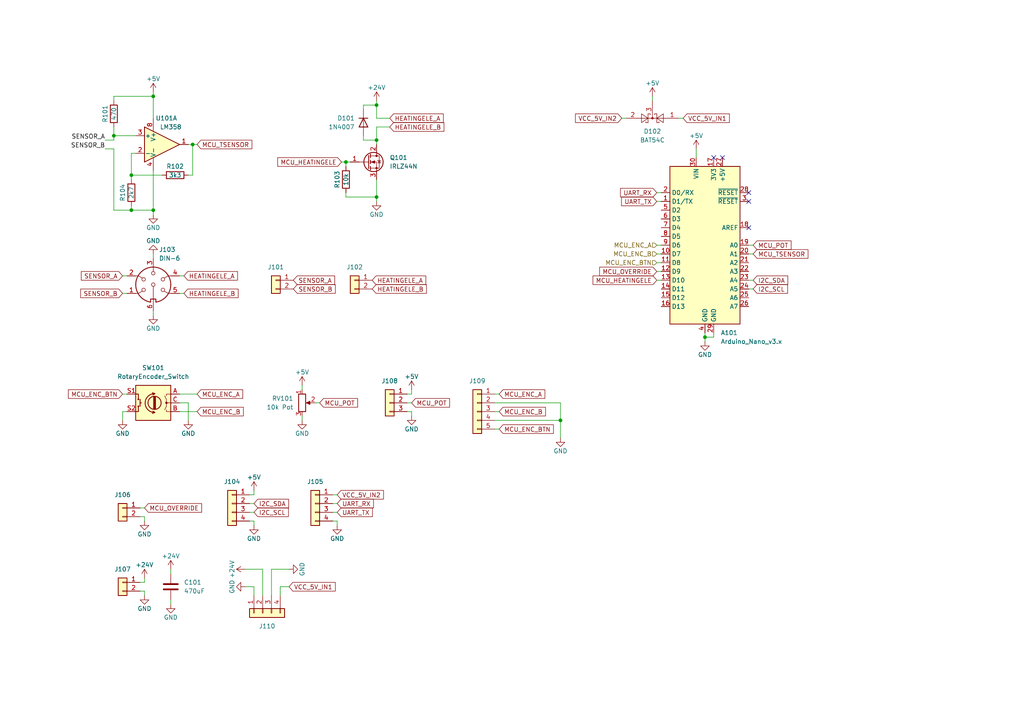
<source format=kicad_sch>
(kicad_sch (version 20211123) (generator eeschema)
  (paper "A4")
  (lib_symbols
    (symbol "Amplifier_Operational:LM358" (pin_names (offset 0.127))
      (property "Reference" "U" (at 0 5.08 0))
      (property "Value" "LM358" (at 0 -5.08 0))
      (symbol "LM358_1_1"
        (polyline (pts (xy -5.08 5.08) (xy 5.08 0) (xy -5.08 -5.08) (xy -5.08 5.08)) (stroke (width 0.254)) (fill (type background)))
        (pin output line (at 7.62 0 180) (length 2.54) (name "~") (number "1"))
        (pin input line (at -7.62 -2.54 0) (length 2.54) (name "-") (number "2"))
        (pin input line (at -7.62 2.54 0) (length 2.54) (name "+") (number "3"))
      )
      (symbol "LM358_2_1"
        (polyline (pts (xy -5.08 5.08) (xy 5.08 0) (xy -5.08 -5.08) (xy -5.08 5.08)) (stroke (width 0.254)) (fill (type background)))
        (pin input line (at -7.62 2.54 0) (length 2.54) (name "+") (number "5"))
        (pin input line (at -7.62 -2.54 0) (length 2.54) (name "-") (number "6"))
        (pin output line (at 7.62 0 180) (length 2.54) (name "~") (number "7"))
      )
      (symbol "LM358_3_1"
        (pin power_in line (at -2.54 -7.62 90) (length 3.81) (name "V-") (number "4"))
        (pin power_in line (at -2.54 7.62 270) (length 3.81) (name "V+") (number "8"))
      )
    )
    (symbol "Connector:DIN-6" (pin_names (offset 1.016))
      (property "Reference" "J" (at 3.175 5.715 0))
      (property "Value" "DIN-6" (at 4.445 -4.445 0))
      (symbol "DIN-6_0_1"
        (arc (start -5.08 0) (mid -3.8609 -3.3364) (end -0.762 -5.08) (stroke (width 0.254)))
        (circle (center -2.794 -1.524) (radius 0.508))
        (circle (center -2.794 1.524) (radius 0.508))
        (polyline (pts (xy 0 -5.08) (xy 0 -0.508)))
        (polyline (pts (xy 0 5.08) (xy 0 3.81)))
        (polyline (pts (xy -5.08 -2.54) (xy -4.318 -2.54) (xy -3.175 -1.905)))
        (polyline (pts (xy -5.08 2.54) (xy -4.318 2.54) (xy -3.175 1.905)))
        (polyline (pts (xy 5.08 -2.54) (xy 4.318 -2.54) (xy 3.175 -1.905)))
        (polyline (pts (xy 5.08 2.54) (xy 4.318 2.54) (xy 3.175 1.905)))
        (polyline (pts (xy -0.762 -4.953) (xy -0.762 -4.191) (xy 0.762 -4.191) (xy 0.762 -4.953)) (stroke (width 0.254)))
        (circle (center 0 0) (radius 0.508))
        (circle (center 0 3.302) (radius 0.508))
        (arc (start 0.762 -5.08) (mid 3.8685 -3.343) (end 5.08 0) (stroke (width 0.254)))
        (circle (center 2.794 -1.524) (radius 0.508))
        (circle (center 2.794 1.524) (radius 0.508))
        (arc (start 5.08 0) (mid 0 5.08) (end -5.08 0) (stroke (width 0.254)))
      )
      (symbol "DIN-6_1_1"
        (pin passive line (at -7.62 -2.54 0) (length 2.54) (name "~") (number "1"))
        (pin passive line (at -7.62 2.54 0) (length 2.54) (name "~") (number "2"))
        (pin passive line (at 0 7.62 270) (length 2.54) (name "~") (number "3"))
        (pin passive line (at 7.62 2.54 180) (length 2.54) (name "~") (number "4"))
        (pin passive line (at 7.62 -2.54 180) (length 2.54) (name "~") (number "5"))
        (pin passive line (at 0 -7.62 90) (length 2.54) (name "~") (number "6"))
      )
    )
    (symbol "Connector_Generic:Conn_01x02" (pin_names (offset 1.016) hide)
      (property "Reference" "J" (at 0 2.54 0))
      (property "Value" "Conn_01x02" (at 0 -5.08 0))
      (symbol "Conn_01x02_1_1"
        (rectangle (start -1.27 -2.413) (end 0 -2.667) (stroke (width 0.1524)))
        (rectangle (start -1.27 0.127) (end 0 -0.127) (stroke (width 0.1524)))
        (rectangle (start -1.27 1.27) (end 1.27 -3.81) (stroke (width 0.254)) (fill (type background)))
        (pin passive line (at -5.08 0 0) (length 3.81) (name "Pin_1") (number "1"))
        (pin passive line (at -5.08 -2.54 0) (length 3.81) (name "Pin_2") (number "2"))
      )
    )
    (symbol "Connector_Generic:Conn_01x03" (pin_names (offset 1.016) hide)
      (property "Reference" "J" (at 0 5.08 0))
      (property "Value" "Conn_01x03" (at 0 -5.08 0))
      (symbol "Conn_01x03_1_1"
        (rectangle (start -1.27 -2.413) (end 0 -2.667) (stroke (width 0.1524)))
        (rectangle (start -1.27 0.127) (end 0 -0.127) (stroke (width 0.1524)))
        (rectangle (start -1.27 2.667) (end 0 2.413) (stroke (width 0.1524)))
        (rectangle (start -1.27 3.81) (end 1.27 -3.81) (stroke (width 0.254)) (fill (type background)))
        (pin passive line (at -5.08 2.54 0) (length 3.81) (name "Pin_1") (number "1"))
        (pin passive line (at -5.08 0 0) (length 3.81) (name "Pin_2") (number "2"))
        (pin passive line (at -5.08 -2.54 0) (length 3.81) (name "Pin_3") (number "3"))
      )
    )
    (symbol "Connector_Generic:Conn_01x04" (pin_names (offset 1.016) hide)
      (property "Reference" "J" (at 0 5.08 0))
      (property "Value" "Conn_01x04" (at 0 -7.62 0))
      (symbol "Conn_01x04_1_1"
        (rectangle (start -1.27 -4.953) (end 0 -5.207) (stroke (width 0.1524)))
        (rectangle (start -1.27 -2.413) (end 0 -2.667) (stroke (width 0.1524)))
        (rectangle (start -1.27 0.127) (end 0 -0.127) (stroke (width 0.1524)))
        (rectangle (start -1.27 2.667) (end 0 2.413) (stroke (width 0.1524)))
        (rectangle (start -1.27 3.81) (end 1.27 -6.35) (stroke (width 0.254)) (fill (type background)))
        (pin passive line (at -5.08 2.54 0) (length 3.81) (name "Pin_1") (number "1"))
        (pin passive line (at -5.08 0 0) (length 3.81) (name "Pin_2") (number "2"))
        (pin passive line (at -5.08 -2.54 0) (length 3.81) (name "Pin_3") (number "3"))
        (pin passive line (at -5.08 -5.08 0) (length 3.81) (name "Pin_4") (number "4"))
      )
    )
    (symbol "Connector_Generic:Conn_01x05" (pin_names (offset 1.016) hide)
      (property "Reference" "J" (at 0 7.62 0))
      (property "Value" "Conn_01x05" (at 0 -7.62 0))
      (symbol "Conn_01x05_1_1"
        (rectangle (start -1.27 -4.953) (end 0 -5.207) (stroke (width 0.1524)))
        (rectangle (start -1.27 -2.413) (end 0 -2.667) (stroke (width 0.1524)))
        (rectangle (start -1.27 0.127) (end 0 -0.127) (stroke (width 0.1524)))
        (rectangle (start -1.27 2.667) (end 0 2.413) (stroke (width 0.1524)))
        (rectangle (start -1.27 5.207) (end 0 4.953) (stroke (width 0.1524)))
        (rectangle (start -1.27 6.35) (end 1.27 -6.35) (stroke (width 0.254)) (fill (type background)))
        (pin passive line (at -5.08 5.08 0) (length 3.81) (name "Pin_1") (number "1"))
        (pin passive line (at -5.08 2.54 0) (length 3.81) (name "Pin_2") (number "2"))
        (pin passive line (at -5.08 0 0) (length 3.81) (name "Pin_3") (number "3"))
        (pin passive line (at -5.08 -2.54 0) (length 3.81) (name "Pin_4") (number "4"))
        (pin passive line (at -5.08 -5.08 0) (length 3.81) (name "Pin_5") (number "5"))
      )
    )
    (symbol "Device:C" (pin_numbers hide) (pin_names (offset 0.254))
      (property "Reference" "C" (at 0.635 2.54 0))
      (property "Value" "C" (at 0.635 -2.54 0))
      (symbol "C_0_1"
        (polyline (pts (xy -2.032 -0.762) (xy 2.032 -0.762)) (stroke (width 0.508)))
        (polyline (pts (xy -2.032 0.762) (xy 2.032 0.762)) (stroke (width 0.508)))
      )
      (symbol "C_1_1"
        (pin passive line (at 0 3.81 270) (length 2.794) (name "~") (number "1"))
        (pin passive line (at 0 -3.81 90) (length 2.794) (name "~") (number "2"))
      )
    )
    (symbol "Device:R" (pin_numbers hide) (pin_names (offset 0))
      (property "Reference" "R" (at 2.032 0 90))
      (property "Value" "R" (at 0 0 90))
      (symbol "R_0_1"
        (rectangle (start -1.016 -2.54) (end 1.016 2.54) (stroke (width 0.254)))
      )
      (symbol "R_1_1"
        (pin passive line (at 0 3.81 270) (length 1.27) (name "~") (number "1"))
        (pin passive line (at 0 -3.81 90) (length 1.27) (name "~") (number "2"))
      )
    )
    (symbol "Device:R_Potentiometer" (pin_names (offset 1.016) hide)
      (property "Reference" "RV" (at -4.445 0 90))
      (property "Value" "R_Potentiometer" (at -2.54 0 90))
      (symbol "R_Potentiometer_0_1"
        (polyline (pts (xy 2.54 0) (xy 1.524 0)))
        (polyline (pts (xy 1.143 0) (xy 2.286 0.508) (xy 2.286 -0.508) (xy 1.143 0)) (fill (type outline)))
        (rectangle (start 1.016 2.54) (end -1.016 -2.54) (stroke (width 0.254)))
      )
      (symbol "R_Potentiometer_1_1"
        (pin passive line (at 0 3.81 270) (length 1.27) (name "1") (number "1"))
        (pin passive line (at 3.81 0 180) (length 1.27) (name "2") (number "2"))
        (pin passive line (at 0 -3.81 90) (length 1.27) (name "3") (number "3"))
      )
    )
    (symbol "Device:RotaryEncoder_Switch" (pin_names (offset 0.254) hide)
      (property "Reference" "SW" (at 0 6.604 0))
      (property "Value" "RotaryEncoder_Switch" (at 0 -6.604 0))
      (symbol "RotaryEncoder_Switch_0_1"
        (rectangle (start -5.08 5.08) (end 5.08 -5.08) (stroke (width 0.254)) (fill (type background)))
        (circle (center -3.81 0) (radius 0.254) (fill (type outline)))
        (arc (start -0.381 -2.794) (mid 2.3622 -0.0508) (end -0.381 2.667) (stroke (width 0.254)))
        (circle (center -0.381 0) (radius 1.905) (stroke (width 0.254)))
        (polyline (pts (xy -0.635 -1.778) (xy -0.635 1.778)) (stroke (width 0.254)))
        (polyline (pts (xy -0.381 -1.778) (xy -0.381 1.778)) (stroke (width 0.254)))
        (polyline (pts (xy -0.127 1.778) (xy -0.127 -1.778)) (stroke (width 0.254)))
        (polyline (pts (xy 3.81 0) (xy 3.429 0)) (stroke (width 0.254)))
        (polyline (pts (xy 3.81 1.016) (xy 3.81 -1.016)) (stroke (width 0.254)))
        (polyline (pts (xy -5.08 -2.54) (xy -3.81 -2.54) (xy -3.81 -2.032)))
        (polyline (pts (xy -5.08 2.54) (xy -3.81 2.54) (xy -3.81 2.032)))
        (polyline (pts (xy 0.254 -3.048) (xy -0.508 -2.794) (xy 0.127 -2.413)) (stroke (width 0.254)))
        (polyline (pts (xy 0.254 2.921) (xy -0.508 2.667) (xy 0.127 2.286)) (stroke (width 0.254)))
        (polyline (pts (xy 5.08 -2.54) (xy 4.318 -2.54) (xy 4.318 -1.016)) (stroke (width 0.254)))
        (polyline (pts (xy 5.08 2.54) (xy 4.318 2.54) (xy 4.318 1.016)) (stroke (width 0.254)))
        (polyline (pts (xy -5.08 0) (xy -3.81 0) (xy -3.81 -1.016) (xy -3.302 -2.032)))
        (polyline (pts (xy -4.318 0) (xy -3.81 0) (xy -3.81 1.016) (xy -3.302 2.032)))
        (circle (center 4.318 -1.016) (radius 0.127) (stroke (width 0.254)))
        (circle (center 4.318 1.016) (radius 0.127) (stroke (width 0.254)))
      )
      (symbol "RotaryEncoder_Switch_1_1"
        (pin passive line (at -7.62 2.54 0) (length 2.54) (name "A") (number "A"))
        (pin passive line (at -7.62 -2.54 0) (length 2.54) (name "B") (number "B"))
        (pin passive line (at -7.62 0 0) (length 2.54) (name "C") (number "C"))
        (pin passive line (at 7.62 2.54 180) (length 2.54) (name "S1") (number "S1"))
        (pin passive line (at 7.62 -2.54 180) (length 2.54) (name "S2") (number "S2"))
      )
    )
    (symbol "Diode:1N4007" (pin_numbers hide) (pin_names (offset 1.016) hide)
      (property "Reference" "D" (at 0 2.54 0))
      (property "Value" "1N4007" (at 0 -2.54 0))
      (symbol "1N4007_0_1"
        (polyline (pts (xy -1.27 1.27) (xy -1.27 -1.27)) (stroke (width 0.254)))
        (polyline (pts (xy 1.27 0) (xy -1.27 0)))
        (polyline (pts (xy 1.27 1.27) (xy 1.27 -1.27) (xy -1.27 0) (xy 1.27 1.27)) (stroke (width 0.254)))
      )
      (symbol "1N4007_1_1"
        (pin passive line (at -3.81 0 0) (length 2.54) (name "K") (number "1"))
        (pin passive line (at 3.81 0 180) (length 2.54) (name "A") (number "2"))
      )
    )
    (symbol "Diode:BAT54C" (pin_names (offset 1.016))
      (property "Reference" "D" (at 0.635 -3.81 0))
      (property "Value" "BAT54C" (at -6.35 3.175 0))
      (symbol "BAT54C_0_1"
        (polyline (pts (xy -1.905 0) (xy 1.905 0)))
        (polyline (pts (xy -1.905 1.27) (xy -1.905 1.016)))
        (polyline (pts (xy -1.27 -1.27) (xy -0.635 -1.27)))
        (polyline (pts (xy -1.27 0) (xy -3.81 0)))
        (polyline (pts (xy -1.27 1.27) (xy -1.905 1.27)))
        (polyline (pts (xy -1.27 1.27) (xy -1.27 -1.27)))
        (polyline (pts (xy -0.635 -1.27) (xy -0.635 -1.016)))
        (polyline (pts (xy 0.635 -1.27) (xy 0.635 -1.016)))
        (polyline (pts (xy 1.27 -1.27) (xy 0.635 -1.27)))
        (polyline (pts (xy 1.27 1.27) (xy 1.27 -1.27)))
        (polyline (pts (xy 1.27 1.27) (xy 1.905 1.27)))
        (polyline (pts (xy 1.905 1.27) (xy 1.905 1.016)))
        (polyline (pts (xy 3.81 0) (xy 1.27 0)))
        (polyline (pts (xy -3.175 -1.27) (xy -3.175 1.27) (xy -1.27 0) (xy -3.175 -1.27)))
        (polyline (pts (xy 3.175 -1.27) (xy 3.175 1.27) (xy 1.27 0) (xy 3.175 -1.27)))
        (circle (center 0 0) (radius 0.254) (fill (type outline)))
      )
      (symbol "BAT54C_1_1"
        (pin passive line (at -7.62 0 0) (length 3.81) (name "~") (number "1"))
        (pin passive line (at 7.62 0 180) (length 3.81) (name "~") (number "2"))
        (pin passive line (at 0 -5.08 90) (length 5.08) (name "~") (number "3"))
      )
    )
    (symbol "MCU_Module:Arduino_Nano_v3.x"
      (property "Reference" "A" (at -10.16 23.495 0))
      (property "Value" "Arduino_Nano_v3.x" (at 5.08 -24.13 0))
      (symbol "Arduino_Nano_v3.x_0_1"
        (rectangle (start -10.16 22.86) (end 10.16 -22.86) (stroke (width 0.254)) (fill (type background)))
      )
      (symbol "Arduino_Nano_v3.x_1_1"
        (pin bidirectional line (at -12.7 12.7 0) (length 2.54) (name "D1/TX") (number "1"))
        (pin bidirectional line (at -12.7 -2.54 0) (length 2.54) (name "D7") (number "10"))
        (pin bidirectional line (at -12.7 -5.08 0) (length 2.54) (name "D8") (number "11"))
        (pin bidirectional line (at -12.7 -7.62 0) (length 2.54) (name "D9") (number "12"))
        (pin bidirectional line (at -12.7 -10.16 0) (length 2.54) (name "D10") (number "13"))
        (pin bidirectional line (at -12.7 -12.7 0) (length 2.54) (name "D11") (number "14"))
        (pin bidirectional line (at -12.7 -15.24 0) (length 2.54) (name "D12") (number "15"))
        (pin bidirectional line (at -12.7 -17.78 0) (length 2.54) (name "D13") (number "16"))
        (pin power_out line (at 2.54 25.4 270) (length 2.54) (name "3V3") (number "17"))
        (pin input line (at 12.7 5.08 180) (length 2.54) (name "AREF") (number "18"))
        (pin bidirectional line (at 12.7 0 180) (length 2.54) (name "A0") (number "19"))
        (pin bidirectional line (at -12.7 15.24 0) (length 2.54) (name "D0/RX") (number "2"))
        (pin bidirectional line (at 12.7 -2.54 180) (length 2.54) (name "A1") (number "20"))
        (pin bidirectional line (at 12.7 -5.08 180) (length 2.54) (name "A2") (number "21"))
        (pin bidirectional line (at 12.7 -7.62 180) (length 2.54) (name "A3") (number "22"))
        (pin bidirectional line (at 12.7 -10.16 180) (length 2.54) (name "A4") (number "23"))
        (pin bidirectional line (at 12.7 -12.7 180) (length 2.54) (name "A5") (number "24"))
        (pin bidirectional line (at 12.7 -15.24 180) (length 2.54) (name "A6") (number "25"))
        (pin bidirectional line (at 12.7 -17.78 180) (length 2.54) (name "A7") (number "26"))
        (pin power_out line (at 5.08 25.4 270) (length 2.54) (name "+5V") (number "27"))
        (pin input line (at 12.7 15.24 180) (length 2.54) (name "~{RESET}") (number "28"))
        (pin power_in line (at 2.54 -25.4 90) (length 2.54) (name "GND") (number "29"))
        (pin input line (at 12.7 12.7 180) (length 2.54) (name "~{RESET}") (number "3"))
        (pin power_in line (at -2.54 25.4 270) (length 2.54) (name "VIN") (number "30"))
        (pin power_in line (at 0 -25.4 90) (length 2.54) (name "GND") (number "4"))
        (pin bidirectional line (at -12.7 10.16 0) (length 2.54) (name "D2") (number "5"))
        (pin bidirectional line (at -12.7 7.62 0) (length 2.54) (name "D3") (number "6"))
        (pin bidirectional line (at -12.7 5.08 0) (length 2.54) (name "D4") (number "7"))
        (pin bidirectional line (at -12.7 2.54 0) (length 2.54) (name "D5") (number "8"))
        (pin bidirectional line (at -12.7 0 0) (length 2.54) (name "D6") (number "9"))
      )
    )
    (symbol "Transistor_FET:IRLZ44N" (pin_names hide)
      (property "Reference" "Q" (at 6.35 1.905 0))
      (property "Value" "IRLZ44N" (at 6.35 0 0))
      (symbol "IRLZ44N_0_1"
        (polyline (pts (xy 0.254 0) (xy -2.54 0)))
        (polyline (pts (xy 0.254 1.905) (xy 0.254 -1.905)) (stroke (width 0.254)))
        (polyline (pts (xy 0.762 -1.27) (xy 0.762 -2.286)) (stroke (width 0.254)))
        (polyline (pts (xy 0.762 0.508) (xy 0.762 -0.508)) (stroke (width 0.254)))
        (polyline (pts (xy 0.762 2.286) (xy 0.762 1.27)) (stroke (width 0.254)))
        (polyline (pts (xy 2.54 2.54) (xy 2.54 1.778)))
        (polyline (pts (xy 2.54 -2.54) (xy 2.54 0) (xy 0.762 0)))
        (polyline (pts (xy 0.762 -1.778) (xy 3.302 -1.778) (xy 3.302 1.778) (xy 0.762 1.778)))
        (polyline (pts (xy 1.016 0) (xy 2.032 0.381) (xy 2.032 -0.381) (xy 1.016 0)) (fill (type outline)))
        (polyline (pts (xy 2.794 0.508) (xy 2.921 0.381) (xy 3.683 0.381) (xy 3.81 0.254)))
        (polyline (pts (xy 3.302 0.381) (xy 2.921 -0.254) (xy 3.683 -0.254) (xy 3.302 0.381)))
        (circle (center 1.651 0) (radius 2.794) (stroke (width 0.254)))
        (circle (center 2.54 -1.778) (radius 0.254) (fill (type outline)))
        (circle (center 2.54 1.778) (radius 0.254) (fill (type outline)))
      )
      (symbol "IRLZ44N_1_1"
        (pin input line (at -5.08 0 0) (length 2.54) (name "G") (number "1"))
        (pin passive line (at 2.54 5.08 270) (length 2.54) (name "D") (number "2"))
        (pin passive line (at 2.54 -5.08 90) (length 2.54) (name "S") (number "3"))
      )
    )
    (symbol "power:+24V" (power) (pin_names (offset 0))
      (property "Value" "+24V" (at 0 3.556 0))
      (symbol "+24V_0_1"
        (polyline (pts (xy -0.762 1.27) (xy 0 2.54)))
        (polyline (pts (xy 0 0) (xy 0 2.54)))
        (polyline (pts (xy 0 2.54) (xy 0.762 1.27)))
      )
      (symbol "+24V_1_1"
        (pin power_in line (at 0 0 90) (length 0) hide (name "+24V") (number "1"))
      )
    )
    (symbol "power:+5V" (power) (pin_names (offset 0))
      (property "Value" "+5V" (at 0 3.556 0))
      (symbol "+5V_0_1"
        (polyline (pts (xy -0.762 1.27) (xy 0 2.54)))
        (polyline (pts (xy 0 0) (xy 0 2.54)))
        (polyline (pts (xy 0 2.54) (xy 0.762 1.27)))
      )
      (symbol "+5V_1_1"
        (pin power_in line (at 0 0 90) (length 0) hide (name "+5V") (number "1"))
      )
    )
    (symbol "power:GND" (power) (pin_names (offset 0))
      (property "Value" "GND" (at 0 -3.81 0))
      (symbol "GND_0_1"
        (polyline (pts (xy 0 0) (xy 0 -1.27) (xy 1.27 -1.27) (xy 0 -2.54) (xy -1.27 -1.27) (xy 0 -1.27)))
      )
      (symbol "GND_1_1"
        (pin power_in line (at 0 0 270) (length 0) hide (name "GND") (number "1"))
      )
    )
  )
  (junction (at 109.22 30.48))
  (junction (at 38.1 50.8))
  (junction (at 100.33 46.99))
  (junction (at 33.02 39.37))
  (junction (at 109.22 57.15))
  (junction (at 109.22 40.64))
  (junction (at 38.1 60.96))
  (junction (at 162.56 121.92))
  (junction (at 44.45 27.94))
  (junction (at 55.88 41.91))
  (junction (at 44.45 60.96))
  (junction (at 204.47 97.79))
  (no_connect (at 207.01 45.72))
  (no_connect (at 217.17 66.04))
  (no_connect (at 217.17 55.88))
  (no_connect (at 217.17 58.42))
  (no_connect (at 209.55 45.72))
  (wire (pts (xy 54.61 41.91) (xy 55.88 41.91)))
  (wire (pts (xy 49.53 173.99) (xy 49.53 175.26)))
  (wire (pts (xy 33.02 60.96) (xy 33.02 43.18)))
  (wire (pts (xy 38.1 50.8) (xy 38.1 52.07)))
  (wire (pts (xy 190.5 81.28) (xy 191.77 81.28)))
  (wire (pts (xy 78.74 165.1) (xy 78.74 172.72)))
  (wire (pts (xy 33.02 27.94) (xy 44.45 27.94)))
  (wire (pts (xy 87.63 111.76) (xy 87.63 113.03)))
  (wire (pts (xy 196.85 34.29) (xy 198.12 34.29)))
  (wire (pts (xy 33.02 39.37) (xy 39.37 39.37)))
  (wire (pts (xy 204.47 96.52) (xy 204.47 97.79)))
  (wire (pts (xy 109.22 58.42) (xy 109.22 57.15)))
  (wire (pts (xy 109.22 29.21) (xy 109.22 30.48)))
  (wire (pts (xy 33.02 29.21) (xy 33.02 27.94)))
  (wire (pts (xy 100.33 57.15) (xy 109.22 57.15)))
  (wire (pts (xy 105.41 31.75) (xy 105.41 30.48)))
  (wire (pts (xy 144.78 119.38) (xy 143.51 119.38)))
  (wire (pts (xy 73.66 170.18) (xy 73.66 172.72)))
  (wire (pts (xy 144.78 124.46) (xy 143.51 124.46)))
  (wire (pts (xy 201.93 43.18) (xy 201.93 45.72)))
  (wire (pts (xy 105.41 30.48) (xy 109.22 30.48)))
  (wire (pts (xy 49.53 165.1) (xy 49.53 166.37)))
  (wire (pts (xy 97.79 148.59) (xy 96.52 148.59)))
  (wire (pts (xy 44.45 90.17) (xy 44.45 91.44)))
  (wire (pts (xy 204.47 97.79) (xy 204.47 99.06)))
  (wire (pts (xy 119.38 119.38) (xy 118.11 119.38)))
  (wire (pts (xy 39.37 44.45) (xy 38.1 44.45)))
  (wire (pts (xy 83.82 170.18) (xy 81.28 170.18)))
  (wire (pts (xy 162.56 121.92) (xy 162.56 127)))
  (wire (pts (xy 81.28 170.18) (xy 81.28 172.72)))
  (wire (pts (xy 33.02 36.83) (xy 33.02 39.37)))
  (wire (pts (xy 35.56 80.01) (xy 36.83 80.01)))
  (wire (pts (xy 55.88 41.91) (xy 55.88 50.8)))
  (wire (pts (xy 105.41 40.64) (xy 109.22 40.64)))
  (wire (pts (xy 38.1 50.8) (xy 46.99 50.8)))
  (wire (pts (xy 97.79 146.05) (xy 96.52 146.05)))
  (wire (pts (xy 204.47 97.79) (xy 207.01 97.79)))
  (wire (pts (xy 40.64 171.45) (xy 41.91 171.45)))
  (wire (pts (xy 87.63 120.65) (xy 87.63 121.92)))
  (wire (pts (xy 40.64 149.86) (xy 41.91 149.86)))
  (wire (pts (xy 38.1 60.96) (xy 44.45 60.96)))
  (wire (pts (xy 30.48 43.18) (xy 33.02 43.18)))
  (wire (pts (xy 109.22 36.83) (xy 109.22 40.64)))
  (wire (pts (xy 190.5 78.74) (xy 191.77 78.74)))
  (wire (pts (xy 41.91 149.86) (xy 41.91 151.13)))
  (wire (pts (xy 189.23 27.94) (xy 189.23 29.21)))
  (wire (pts (xy 35.56 85.09) (xy 36.83 85.09)))
  (wire (pts (xy 44.45 27.94) (xy 44.45 26.67)))
  (wire (pts (xy 35.56 121.92) (xy 35.56 119.38)))
  (wire (pts (xy 54.61 50.8) (xy 55.88 50.8)))
  (wire (pts (xy 100.33 46.99) (xy 101.6 46.99)))
  (wire (pts (xy 162.56 116.84) (xy 162.56 121.92)))
  (wire (pts (xy 97.79 151.13) (xy 97.79 152.4)))
  (wire (pts (xy 109.22 52.07) (xy 109.22 57.15)))
  (wire (pts (xy 76.2 165.1) (xy 76.2 172.72)))
  (wire (pts (xy 100.33 46.99) (xy 100.33 48.26)))
  (wire (pts (xy 52.07 119.38) (xy 57.15 119.38)))
  (wire (pts (xy 118.11 114.3) (xy 119.38 114.3)))
  (wire (pts (xy 44.45 73.66) (xy 44.45 74.93)))
  (wire (pts (xy 96.52 151.13) (xy 97.79 151.13)))
  (wire (pts (xy 44.45 62.23) (xy 44.45 60.96)))
  (wire (pts (xy 109.22 40.64) (xy 109.22 41.91)))
  (wire (pts (xy 44.45 34.29) (xy 44.45 27.94)))
  (wire (pts (xy 72.39 151.13) (xy 73.66 151.13)))
  (wire (pts (xy 38.1 44.45) (xy 38.1 50.8)))
  (wire (pts (xy 41.91 168.91) (xy 40.64 168.91)))
  (wire (pts (xy 30.48 40.64) (xy 33.02 40.64)))
  (wire (pts (xy 105.41 39.37) (xy 105.41 40.64)))
  (wire (pts (xy 218.44 81.28) (xy 217.17 81.28)))
  (wire (pts (xy 73.66 146.05) (xy 72.39 146.05)))
  (wire (pts (xy 41.91 172.72) (xy 41.91 171.45)))
  (wire (pts (xy 52.07 114.3) (xy 57.15 114.3)))
  (wire (pts (xy 54.61 116.84) (xy 54.61 121.92)))
  (wire (pts (xy 35.56 114.3) (xy 36.83 114.3)))
  (wire (pts (xy 113.03 34.29) (xy 109.22 34.29)))
  (wire (pts (xy 73.66 142.24) (xy 73.66 143.51)))
  (wire (pts (xy 71.12 170.18) (xy 73.66 170.18)))
  (wire (pts (xy 100.33 57.15) (xy 100.33 55.88)))
  (wire (pts (xy 190.5 76.2) (xy 191.77 76.2)))
  (wire (pts (xy 180.34 34.29) (xy 181.61 34.29)))
  (wire (pts (xy 144.78 114.3) (xy 143.51 114.3)))
  (wire (pts (xy 190.5 71.12) (xy 191.77 71.12)))
  (wire (pts (xy 119.38 120.65) (xy 119.38 119.38)))
  (wire (pts (xy 33.02 60.96) (xy 38.1 60.96)))
  (wire (pts (xy 41.91 167.64) (xy 41.91 168.91)))
  (wire (pts (xy 40.64 147.32) (xy 41.91 147.32)))
  (wire (pts (xy 109.22 30.48) (xy 109.22 34.29)))
  (wire (pts (xy 190.5 58.42) (xy 191.77 58.42)))
  (wire (pts (xy 44.45 60.96) (xy 44.45 49.53)))
  (wire (pts (xy 73.66 143.51) (xy 72.39 143.51)))
  (wire (pts (xy 190.5 55.88) (xy 191.77 55.88)))
  (wire (pts (xy 207.01 96.52) (xy 207.01 97.79)))
  (wire (pts (xy 83.82 165.1) (xy 78.74 165.1)))
  (wire (pts (xy 218.44 73.66) (xy 217.17 73.66)))
  (wire (pts (xy 53.34 85.09) (xy 52.07 85.09)))
  (wire (pts (xy 73.66 151.13) (xy 73.66 152.4)))
  (wire (pts (xy 118.11 116.84) (xy 119.38 116.84)))
  (wire (pts (xy 143.51 121.92) (xy 162.56 121.92)))
  (wire (pts (xy 218.44 71.12) (xy 217.17 71.12)))
  (wire (pts (xy 52.07 116.84) (xy 54.61 116.84)))
  (wire (pts (xy 71.12 165.1) (xy 76.2 165.1)))
  (wire (pts (xy 38.1 59.69) (xy 38.1 60.96)))
  (wire (pts (xy 218.44 83.82) (xy 217.17 83.82)))
  (wire (pts (xy 53.34 80.01) (xy 52.07 80.01)))
  (wire (pts (xy 33.02 39.37) (xy 33.02 40.64)))
  (wire (pts (xy 190.5 73.66) (xy 191.77 73.66)))
  (wire (pts (xy 92.71 116.84) (xy 91.44 116.84)))
  (wire (pts (xy 96.52 143.51) (xy 97.79 143.51)))
  (wire (pts (xy 99.06 46.99) (xy 100.33 46.99)))
  (wire (pts (xy 55.88 41.91) (xy 57.15 41.91)))
  (wire (pts (xy 35.56 119.38) (xy 36.83 119.38)))
  (wire (pts (xy 119.38 114.3) (xy 119.38 113.03)))
  (wire (pts (xy 73.66 148.59) (xy 72.39 148.59)))
  (wire (pts (xy 113.03 36.83) (xy 109.22 36.83)))
  (wire (pts (xy 143.51 116.84) (xy 162.56 116.84)))
  (label "SENSOR_B" (at 30.48 43.18 180))
  (label "SENSOR_A" (at 30.48 40.64 180))
  (global_label "MCU_POT" (shape input) (at 218.44 71.12 0) (property "Intersheet References" "${INTERSHEET_REFS}" (effects hide)))
  (global_label "HEATINGELE_A" (shape input) (at 107.95 81.28 0) (property "Intersheet References" "${INTERSHEET_REFS}" (effects hide)))
  (global_label "I2C_SDA" (shape input) (at 218.44 81.28 0) (property "Intersheet References" "${INTERSHEET_REFS}" (effects hide)))
  (global_label "MCU_HEATINGELE" (shape input) (at 99.06 46.99 180) (property "Intersheet References" "${INTERSHEET_REFS}" (effects hide)))
  (global_label "UART_RX" (shape input) (at 97.79 146.05 0) (property "Intersheet References" "${INTERSHEET_REFS}" (effects hide)))
  (global_label "MCU_ENC_B" (shape input) (at 144.78 119.38 0) (property "Intersheet References" "${INTERSHEET_REFS}" (effects hide)))
  (global_label "SENSOR_B" (shape input) (at 85.09 83.82 0) (property "Intersheet References" "${INTERSHEET_REFS}" (effects hide)))
  (global_label "MCU_ENC_A" (shape input) (at 57.15 114.3 0) (property "Intersheet References" "${INTERSHEET_REFS}" (effects hide)))
  (global_label "I2C_SCL" (shape input) (at 218.44 83.82 0) (property "Intersheet References" "${INTERSHEET_REFS}" (effects hide)))
  (global_label "I2C_SDA" (shape input) (at 73.66 146.05 0) (property "Intersheet References" "${INTERSHEET_REFS}" (effects hide)))
  (global_label "MCU_ENC_BTN" (shape input) (at 35.56 114.3 180) (property "Intersheet References" "${INTERSHEET_REFS}" (effects hide)))
  (global_label "UART_TX" (shape input) (at 97.79 148.59 0) (property "Intersheet References" "${INTERSHEET_REFS}" (effects hide)))
  (global_label "MCU_OVERRIDE" (shape input) (at 41.91 147.32 0) (property "Intersheet References" "${INTERSHEET_REFS}" (effects hide)))
  (global_label "MCU_HEATINGELE" (shape input) (at 190.5 81.28 180) (property "Intersheet References" "${INTERSHEET_REFS}" (effects hide)))
  (global_label "HEATINGELE_A" (shape input) (at 53.34 80.01 0) (property "Intersheet References" "${INTERSHEET_REFS}" (effects hide)))
  (global_label "VCC_5V_IN1" (shape input) (at 198.12 34.29 0) (property "Intersheet References" "${INTERSHEET_REFS}" (effects hide)))
  (global_label "VCC_5V_IN2" (shape input) (at 97.79 143.51 0) (property "Intersheet References" "${INTERSHEET_REFS}" (effects hide)))
  (global_label "SENSOR_A" (shape input) (at 35.56 80.01 180) (property "Intersheet References" "${INTERSHEET_REFS}" (effects hide)))
  (global_label "MCU_ENC_BTN" (shape input) (at 144.78 124.46 0) (property "Intersheet References" "${INTERSHEET_REFS}" (effects hide)))
  (global_label "MCU_TSENSOR" (shape input) (at 57.15 41.91 0) (property "Intersheet References" "${INTERSHEET_REFS}" (effects hide)))
  (global_label "MCU_ENC_B" (shape input) (at 57.15 119.38 0) (property "Intersheet References" "${INTERSHEET_REFS}" (effects hide)))
  (global_label "HEATINGELE_A" (shape input) (at 113.03 34.29 0) (property "Intersheet References" "${INTERSHEET_REFS}" (effects hide)))
  (global_label "SENSOR_A" (shape input) (at 85.09 81.28 0) (property "Intersheet References" "${INTERSHEET_REFS}" (effects hide)))
  (global_label "MCU_TSENSOR" (shape input) (at 218.44 73.66 0) (property "Intersheet References" "${INTERSHEET_REFS}" (effects hide)))
  (global_label "MCU_OVERRIDE" (shape input) (at 190.5 78.74 180) (property "Intersheet References" "${INTERSHEET_REFS}" (effects hide)))
  (global_label "MCU_POT" (shape input) (at 119.38 116.84 0) (property "Intersheet References" "${INTERSHEET_REFS}" (effects hide)))
  (global_label "MCU_POT" (shape input) (at 92.71 116.84 0) (property "Intersheet References" "${INTERSHEET_REFS}" (effects hide)))
  (global_label "VCC_5V_IN2" (shape input) (at 180.34 34.29 180) (property "Intersheet References" "${INTERSHEET_REFS}" (effects hide)))
  (global_label "UART_RX" (shape input) (at 190.5 55.88 180) (property "Intersheet References" "${INTERSHEET_REFS}" (effects hide)))
  (global_label "VCC_5V_IN1" (shape input) (at 83.82 170.18 0) (property "Intersheet References" "${INTERSHEET_REFS}" (effects hide)))
  (global_label "HEATINGELE_B" (shape input) (at 113.03 36.83 0) (property "Intersheet References" "${INTERSHEET_REFS}" (effects hide)))
  (global_label "HEATINGELE_B" (shape input) (at 107.95 83.82 0) (property "Intersheet References" "${INTERSHEET_REFS}" (effects hide)))
  (global_label "HEATINGELE_B" (shape input) (at 53.34 85.09 0) (property "Intersheet References" "${INTERSHEET_REFS}" (effects hide)))
  (global_label "UART_TX" (shape input) (at 190.5 58.42 180) (property "Intersheet References" "${INTERSHEET_REFS}" (effects hide)))
  (global_label "I2C_SCL" (shape input) (at 73.66 148.59 0) (property "Intersheet References" "${INTERSHEET_REFS}" (effects hide)))
  (global_label "MCU_ENC_A" (shape input) (at 144.78 114.3 0) (property "Intersheet References" "${INTERSHEET_REFS}" (effects hide)))
  (global_label "SENSOR_B" (shape input) (at 35.56 85.09 180) (property "Intersheet References" "${INTERSHEET_REFS}" (effects hide)))
  (hierarchical_label "MCU_ENC_B" (shape input) (at 190.5 73.66 180))
  (hierarchical_label "MCU_ENC_BTN" (shape input) (at 190.5 76.2 180))
  (hierarchical_label "MCU_ENC_A" (shape input) (at 190.5 71.12 180))
  (symbol (lib_id "Connector_Generic:Conn_01x04") (at 76.2 177.8 90) (mirror x) (unit 1)
    (property "Reference" "J110" (at 77.47 181.61 90))
    (property "Value" "Conn_01x04" (effects hide))
    (property "Footprint" "Z_custom_parts:DSUN-BUCKCONV" (effects hide))
  )
  (symbol (lib_id "power:GND") (at 35.56 121.92 0) (unit 1)
    (property "Reference" "#PWR0111" (effects hide))
    (property "Value" "GND" (at 35.56 125.73 0))
  )
  (symbol (lib_id "Connector_Generic:Conn_01x02") (at 35.56 168.91 0) (mirror y) (unit 1)
    (property "Reference" "J107" (at 35.56 165.1 0))
    (property "Value" "Conn_01x02" (effects hide))
    (property "Footprint" "Connector_PinHeader_2.54mm:PinHeader_1x02_P2.54mm_Vertical" (effects hide))
  )
  (symbol (lib_id "Amplifier_Operational:LM358") (at 46.99 41.91 0) (unit 1)
    (property "Reference" "U101" (at 48.26 34.29 0))
    (property "Value" "LM358" (at 49.53 36.83 0))
    (property "Footprint" "Package_TO_SOT_THT:TO-220-3_Horizontal_TabUp" (effects hide))
    (property "Datasheet" "http://www.ti.com/lit/ds/symlink/lm2904-n.pdf" (effects hide))
  )
  (symbol (lib_id "Device:R") (at 100.33 52.07 180) (unit 1)
    (property "Reference" "R103" (at 97.79 52.07 90))
    (property "Value" "10k" (at 100.33 52.07 90))
    (property "Footprint" "Resistor_SMD:R_2512_6332Metric_Pad1.40x3.35mm_HandSolder" (effects hide))
  )
  (symbol (lib_id "power:GND") (at 49.53 175.26 0) (unit 1)
    (property "Reference" "#PWR0107" (effects hide))
    (property "Value" "GND" (at 49.53 179.07 0))
  )
  (symbol (lib_id "power:+24V") (at 49.53 165.1 0) (unit 1)
    (property "Reference" "#PWR0118" (effects hide))
    (property "Value" "+24V" (at 49.53 161.29 0))
  )
  (symbol (lib_id "power:GND") (at 44.45 73.66 0) (mirror x) (unit 1)
    (property "Reference" "#PWR0115" (effects hide))
    (property "Value" "GND" (at 44.45 69.85 0))
  )
  (symbol (lib_id "Amplifier_Operational:LM358") (at 46.99 41.91 0) (unit 3)
    (property "Reference" "U101" (effects hide))
    (property "Value" "LM358" (effects hide))
    (property "Footprint" "Package_TO_SOT_THT:TO-220-3_Horizontal_TabUp" (effects hide))
    (property "Datasheet" "http://www.ti.com/lit/ds/symlink/lm2904-n.pdf" (effects hide))
  )
  (symbol (lib_id "power:GND") (at 87.63 121.92 0) (unit 1)
    (property "Reference" "#PWR0116" (effects hide))
    (property "Value" "GND" (at 87.63 125.73 0))
  )
  (symbol (lib_id "Connector_Generic:Conn_01x02") (at 35.56 147.32 0) (mirror y) (unit 1)
    (property "Reference" "J106" (at 35.56 143.51 0))
    (property "Value" "Conn_01x02" (effects hide))
    (property "Footprint" "Connector_PinHeader_2.54mm:PinHeader_1x02_P2.54mm_Vertical" (effects hide))
  )
  (symbol (lib_id "Connector_Generic:Conn_01x04") (at 91.44 146.05 0) (mirror y) (unit 1)
    (property "Reference" "J105" (at 91.44 139.7 0))
    (property "Value" "Conn_01x04" (effects hide))
    (property "Footprint" "Connector_PinHeader_2.54mm:PinHeader_1x04_P2.54mm_Vertical" (effects hide))
  )
  (symbol (lib_id "Connector_Generic:Conn_01x02") (at 102.87 81.28 0) (mirror y) (unit 1)
    (property "Reference" "J102" (at 102.87 77.47 0))
    (property "Value" "Conn_01x02" (effects hide))
    (property "Footprint" "Connector_PinHeader_2.54mm:PinHeader_1x02_P2.54mm_Vertical" (effects hide))
  )
  (symbol (lib_id "power:GND") (at 204.47 99.06 0) (unit 1)
    (property "Reference" "#PWR0121" (effects hide))
    (property "Value" "GND" (at 204.47 102.87 0))
  )
  (symbol (lib_id "power:GND") (at 54.61 121.92 0) (unit 1)
    (property "Reference" "#PWR0120" (effects hide))
    (property "Value" "GND" (at 54.61 125.73 0))
  )
  (symbol (lib_id "power:+24V") (at 41.91 167.64 0) (unit 1)
    (property "Reference" "#PWR0119" (effects hide))
    (property "Value" "+24V" (at 41.91 163.83 0))
  )
  (symbol (lib_id "power:+5V") (at 119.38 113.03 0) (unit 1)
    (property "Reference" "#PWR0123" (effects hide))
    (property "Value" "+5V" (at 119.38 109.22 0))
  )
  (symbol (lib_id "Device:R") (at 38.1 55.88 180) (unit 1)
    (property "Reference" "R104" (at 35.56 55.88 90))
    (property "Value" "2k7" (at 38.1 55.88 90))
    (property "Footprint" "Resistor_SMD:R_2512_6332Metric_Pad1.40x3.35mm_HandSolder" (effects hide))
  )
  (symbol (lib_id "power:GND") (at 109.22 58.42 0) (unit 1)
    (property "Reference" "#PWR0108" (effects hide))
    (property "Value" "GND" (at 109.22 62.23 0))
  )
  (symbol (lib_id "Device:R") (at 50.8 50.8 90) (unit 1)
    (property "Reference" "R102" (at 50.8 48.26 90))
    (property "Value" "3k3" (at 50.8 50.8 90))
    (property "Footprint" "Resistor_SMD:R_2512_6332Metric_Pad1.40x3.35mm_HandSolder" (effects hide))
  )
  (symbol (lib_id "power:GND") (at 83.82 165.1 90) (mirror x) (unit 1)
    (property "Reference" "#PWR0127" (effects hide))
    (property "Value" "GND" (at 87.63 165.1 0))
  )
  (symbol (lib_id "power:+24V") (at 71.12 165.1 90) (mirror x) (unit 1)
    (property "Reference" "#PWR0128" (effects hide))
    (property "Value" "+24V" (at 67.31 165.1 0))
  )
  (symbol (lib_id "power:+5V") (at 44.45 26.67 0) (unit 1)
    (property "Reference" "#PWR0101" (effects hide))
    (property "Value" "+5V" (at 44.45 22.86 0))
  )
  (symbol (lib_id "power:+5V") (at 73.66 142.24 0) (unit 1)
    (property "Reference" "#PWR0113" (effects hide))
    (property "Value" "+5V" (at 73.66 138.43 0))
  )
  (symbol (lib_id "power:+24V") (at 109.22 29.21 0) (unit 1)
    (property "Reference" "#PWR0102" (effects hide))
    (property "Value" "+24V" (at 109.22 25.4 0))
  )
  (symbol (lib_id "power:GND") (at 71.12 170.18 270) (mirror x) (unit 1)
    (property "Reference" "#PWR0125" (effects hide))
    (property "Value" "GND" (at 67.31 170.18 0))
  )
  (symbol (lib_id "Connector_Generic:Conn_01x04") (at 67.31 146.05 0) (mirror y) (unit 1)
    (property "Reference" "J104" (at 67.31 139.7 0))
    (property "Value" "Conn_01x04" (effects hide))
    (property "Footprint" "Connector_PinHeader_2.54mm:PinHeader_1x04_P2.54mm_Vertical" (effects hide))
  )
  (symbol (lib_id "Device:RotaryEncoder_Switch") (at 44.45 116.84 0) (mirror y) (unit 1) (on_board no)
    (property "Reference" "SW101" (at 44.45 106.68 0))
    (property "Value" "RotaryEncoder_Switch" (at 44.45 109.22 0))
  )
  (symbol (lib_id "Connector_Generic:Conn_01x03") (at 113.03 116.84 0) (mirror y) (unit 1)
    (property "Reference" "J108" (at 113.03 110.49 0))
    (property "Value" "Conn_01x03" (effects hide))
    (property "Footprint" "Connector_PinHeader_2.54mm:PinHeader_1x03_P2.54mm_Vertical" (effects hide))
  )
  (symbol (lib_id "power:+5V") (at 201.93 43.18 0) (unit 1)
    (property "Reference" "#PWR0114" (effects hide))
    (property "Value" "+5V" (at 201.93 39.37 0))
  )
  (symbol (lib_id "power:GND") (at 73.66 152.4 0) (unit 1)
    (property "Reference" "#PWR0105" (effects hide))
    (property "Value" "GND" (at 73.66 156.21 0))
  )
  (symbol (lib_id "power:+5V") (at 87.63 111.76 0) (unit 1)
    (property "Reference" "#PWR0109" (effects hide))
    (property "Value" "+5V" (at 87.63 107.95 0))
  )
  (symbol (lib_id "power:GND") (at 119.38 120.65 0) (unit 1)
    (property "Reference" "#PWR0122" (effects hide))
    (property "Value" "GND" (at 119.38 124.46 0))
  )
  (symbol (lib_id "Transistor_FET:IRLZ44N") (at 106.68 46.99 0) (unit 1)
    (property "Reference" "Q101" (at 113.03 45.7199 0) (effects (justify left)))
    (property "Value" "IRLZ44N" (at 113.03 48.2599 0) (effects (justify left)))
    (property "Footprint" "Package_TO_SOT_THT:TO-220-3_Horizontal_TabUp" (effects hide))
    (property "Datasheet" "http://www.irf.com/product-info/datasheets/data/irlz44n.pdf" (effects hide))
  )
  (symbol (lib_id "power:+5V") (at 189.23 27.94 0) (unit 1)
    (property "Reference" "#PWR0103" (effects hide))
    (property "Value" "+5V" (at 189.23 24.13 0))
  )
  (symbol (lib_id "Connector_Generic:Conn_01x02") (at 80.01 81.28 0) (mirror y) (unit 1)
    (property "Reference" "J101" (at 80.01 77.47 0))
    (property "Value" "Conn_01x02" (effects hide))
    (property "Footprint" "Connector_PinHeader_2.54mm:PinHeader_1x02_P2.54mm_Vertical" (effects hide))
  )
  (symbol (lib_id "Device:C") (at 49.53 170.18 0) (unit 1)
    (property "Reference" "C101" (at 53.34 168.9099 0) (effects (justify left)))
    (property "Value" "470uF" (at 53.34 171.4499 0) (effects (justify left)))
    (property "Footprint" "Capacitor_THT:CP_Radial_D10.0mm_P5.00mm" (effects hide))
  )
  (symbol (lib_id "Diode:BAT54C") (at 189.23 34.29 180) (unit 1)
    (property "Reference" "D102" (at 189.23 38.1 0))
    (property "Value" "BAT54C" (at 189.23 40.64 0))
    (property "Footprint" "Package_TO_SOT_SMD:SOT-23" (effects hide))
    (property "Datasheet" "http://www.diodes.com/_files/datasheets/ds11005.pdf" (effects hide))
  )
  (symbol (lib_id "power:GND") (at 44.45 91.44 0) (unit 1)
    (property "Reference" "#PWR0112" (effects hide))
    (property "Value" "GND" (at 44.45 95.25 0))
  )
  (symbol (lib_id "power:GND") (at 162.56 127 0) (unit 1)
    (property "Reference" "#PWR0124" (effects hide))
    (property "Value" "GND" (at 162.56 130.81 0))
  )
  (symbol (lib_id "Connector_Generic:Conn_01x05") (at 138.43 119.38 0) (mirror y) (unit 1)
    (property "Reference" "J109" (at 138.43 110.49 0))
    (property "Value" "Conn_01x05" (effects hide))
    (property "Footprint" "Connector_PinHeader_2.54mm:PinHeader_1x05_P2.54mm_Vertical" (effects hide))
  )
  (symbol (lib_id "power:GND") (at 97.79 152.4 0) (unit 1)
    (property "Reference" "#PWR0117" (effects hide))
    (property "Value" "GND" (at 97.79 156.21 0))
  )
  (symbol (lib_id "power:GND") (at 41.91 172.72 0) (unit 1)
    (property "Reference" "#PWR0106" (effects hide))
    (property "Value" "GND" (at 41.91 176.53 0))
  )
  (symbol (lib_id "Device:R_Potentiometer") (at 87.63 116.84 0) (unit 1) (on_board no)
    (property "Reference" "RV101" (at 85.09 115.5699 0) (effects (justify right)))
    (property "Value" "10k Pot" (at 85.09 118.1099 0) (effects (justify right)))
    (property "Footprint" "Connector_PinHeader_2.54mm:PinHeader_1x03_P2.54mm_Vertical" (effects hide))
  )
  (symbol (lib_id "power:GND") (at 41.91 151.13 0) (unit 1)
    (property "Reference" "#PWR0104" (effects hide))
    (property "Value" "GND" (at 41.91 154.94 0))
  )
  (symbol (lib_id "Diode:1N4007") (at 105.41 35.56 270) (unit 1)
    (property "Reference" "D101" (at 97.79 34.29 90) (effects (justify left)))
    (property "Value" "1N4007" (at 95.25 36.83 90) (effects (justify left)))
    (property "Footprint" "Diode_THT:D_DO-41_SOD81_P10.16mm_Horizontal" (effects hide))
    (property "Datasheet" "http://www.vishay.com/docs/88503/1n4001.pdf" (effects hide))
  )
  (symbol (lib_id "power:GND") (at 44.45 62.23 0) (unit 1)
    (property "Reference" "#PWR0110" (effects hide))
    (property "Value" "GND" (at 44.45 66.04 0))
  )
  (symbol (lib_id "Device:R") (at 33.02 33.02 180) (unit 1)
    (property "Reference" "R101" (at 30.48 33.02 90))
    (property "Value" "470" (at 33.02 33.02 90))
    (property "Footprint" "Resistor_SMD:R_2512_6332Metric_Pad1.40x3.35mm_HandSolder" (effects hide))
  )
  (symbol (lib_id "MCU_Module:Arduino_Nano_v3.x") (at 204.47 71.12 0) (unit 1)
    (property "Reference" "A101" (at 209.0294 96.52 0) (effects (justify left)))
    (property "Value" "Arduino_Nano_v3.x" (at 209.0294 99.06 0) (effects (justify left)))
    (property "Footprint" "Module:Arduino_Nano" (effects hide))
    (property "Datasheet" "http://www.mouser.com/pdfdocs/Gravitech_Arduino_Nano3_0.pdf" (effects hide))
  )
  (symbol (lib_id "Connector:DIN-6") (at 44.45 82.55 0) (unit 1) (on_board no)
    (property "Reference" "J103" (at 46.1011 72.39 0) (effects (justify left)))
    (property "Value" "DIN-6" (at 46.1011 74.93 0) (effects (justify left)))
    (property "Datasheet" "http://www.mouser.com/ds/2/18/40_c091_abd_e-75918.pdf" (effects hide))
  )
)
</source>
